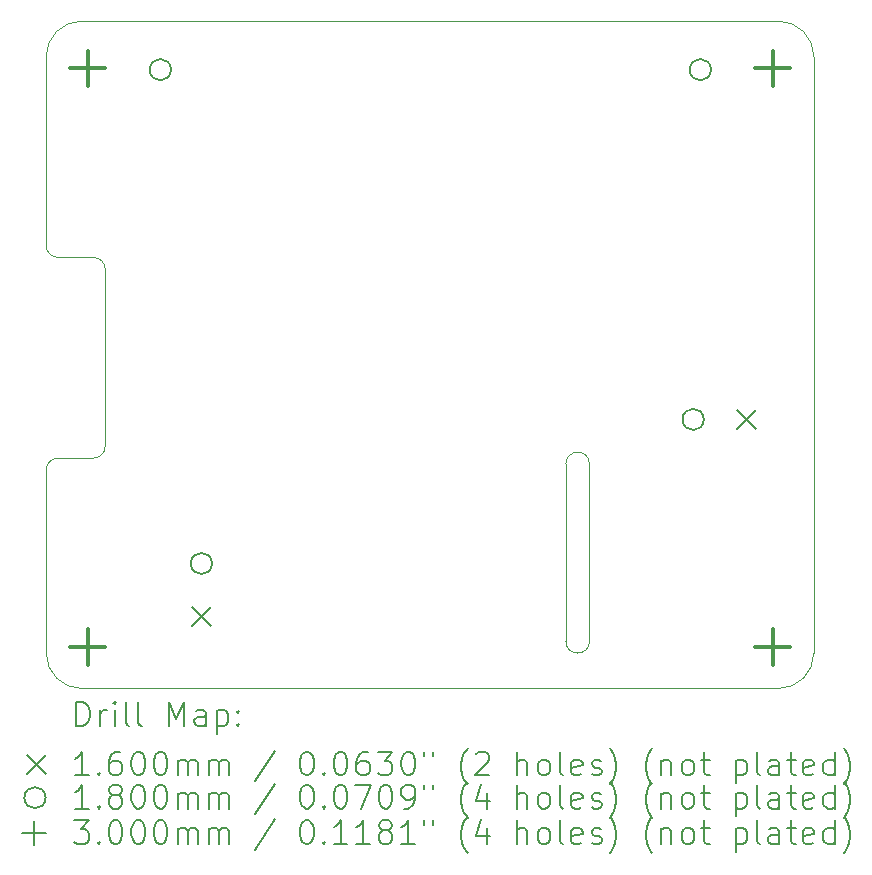
<source format=gbr>
%TF.GenerationSoftware,KiCad,Pcbnew,8.0.9-8.0.9-0~ubuntu24.04.1*%
%TF.CreationDate,2025-06-14T07:54:33+02:00*%
%TF.ProjectId,rpi_power_warden_hat,7270695f-706f-4776-9572-5f7761726465,rev?*%
%TF.SameCoordinates,Original*%
%TF.FileFunction,Drillmap*%
%TF.FilePolarity,Positive*%
%FSLAX45Y45*%
G04 Gerber Fmt 4.5, Leading zero omitted, Abs format (unit mm)*
G04 Created by KiCad (PCBNEW 8.0.9-8.0.9-0~ubuntu24.04.1) date 2025-06-14 07:54:33*
%MOMM*%
%LPD*%
G01*
G04 APERTURE LIST*
%ADD10C,0.100000*%
%ADD11C,0.200000*%
%ADD12C,0.160000*%
%ADD13C,0.180000*%
%ADD14C,0.300000*%
G04 APERTURE END LIST*
D10*
X12689560Y-7281700D02*
X12689560Y-8881700D01*
X12689560Y-10781700D02*
X12689560Y-12331700D01*
X12789560Y-8981700D02*
X13089560Y-8981700D01*
X12789560Y-10681700D02*
X13089560Y-10681700D01*
X12989560Y-6981700D02*
X18889560Y-6981700D01*
X12989560Y-12631700D02*
X18889560Y-12631700D01*
X13189560Y-9081700D02*
X13189560Y-10581700D01*
X17089560Y-12231700D02*
X17089560Y-10731700D01*
X17289560Y-12231700D02*
X17289560Y-10731700D01*
X19189560Y-7281700D02*
X19189560Y-12331700D01*
X12689560Y-7281700D02*
G75*
G02*
X12989560Y-6981700I300000J0D01*
G01*
X12689560Y-10781700D02*
G75*
G02*
X12789560Y-10681700I100000J0D01*
G01*
X12789560Y-8981700D02*
G75*
G02*
X12689560Y-8881700I0J100000D01*
G01*
X12989560Y-12631700D02*
G75*
G02*
X12689560Y-12331700I0J300000D01*
G01*
X13089560Y-8981700D02*
G75*
G02*
X13189560Y-9081700I0J-100000D01*
G01*
X13189560Y-10581700D02*
G75*
G02*
X13089560Y-10681700I-100000J0D01*
G01*
X17089560Y-10731700D02*
G75*
G02*
X17289560Y-10731700I100000J0D01*
G01*
X17289560Y-12231700D02*
G75*
G02*
X17089560Y-12231700I-100000J0D01*
G01*
X18889560Y-6981700D02*
G75*
G02*
X19189560Y-7281700I0J-300000D01*
G01*
X19189560Y-12331700D02*
G75*
G02*
X18889560Y-12631700I-300000J0D01*
G01*
D11*
D12*
X13923678Y-11943832D02*
X14083678Y-12103832D01*
X14083678Y-11943832D02*
X13923678Y-12103832D01*
X18537428Y-10273832D02*
X18697428Y-10433832D01*
X18697428Y-10273832D02*
X18537428Y-10433832D01*
D13*
X13746560Y-7392500D02*
G75*
G02*
X13566560Y-7392500I-90000J0D01*
G01*
X13566560Y-7392500D02*
G75*
G02*
X13746560Y-7392500I90000J0D01*
G01*
X14093678Y-11573832D02*
G75*
G02*
X13913678Y-11573832I-90000J0D01*
G01*
X13913678Y-11573832D02*
G75*
G02*
X14093678Y-11573832I90000J0D01*
G01*
X18257428Y-10353832D02*
G75*
G02*
X18077428Y-10353832I-90000J0D01*
G01*
X18077428Y-10353832D02*
G75*
G02*
X18257428Y-10353832I90000J0D01*
G01*
X18318560Y-7392500D02*
G75*
G02*
X18138560Y-7392500I-90000J0D01*
G01*
X18138560Y-7392500D02*
G75*
G02*
X18318560Y-7392500I90000J0D01*
G01*
D14*
X13039560Y-7231700D02*
X13039560Y-7531700D01*
X12889560Y-7381700D02*
X13189560Y-7381700D01*
X13039560Y-12131700D02*
X13039560Y-12431700D01*
X12889560Y-12281700D02*
X13189560Y-12281700D01*
X18839560Y-7231700D02*
X18839560Y-7531700D01*
X18689560Y-7381700D02*
X18989560Y-7381700D01*
X18839560Y-12131700D02*
X18839560Y-12431700D01*
X18689560Y-12281700D02*
X18989560Y-12281700D01*
D11*
X12945337Y-12948184D02*
X12945337Y-12748184D01*
X12945337Y-12748184D02*
X12992956Y-12748184D01*
X12992956Y-12748184D02*
X13021527Y-12757708D01*
X13021527Y-12757708D02*
X13040575Y-12776755D01*
X13040575Y-12776755D02*
X13050099Y-12795803D01*
X13050099Y-12795803D02*
X13059622Y-12833898D01*
X13059622Y-12833898D02*
X13059622Y-12862470D01*
X13059622Y-12862470D02*
X13050099Y-12900565D01*
X13050099Y-12900565D02*
X13040575Y-12919612D01*
X13040575Y-12919612D02*
X13021527Y-12938660D01*
X13021527Y-12938660D02*
X12992956Y-12948184D01*
X12992956Y-12948184D02*
X12945337Y-12948184D01*
X13145337Y-12948184D02*
X13145337Y-12814850D01*
X13145337Y-12852946D02*
X13154860Y-12833898D01*
X13154860Y-12833898D02*
X13164384Y-12824374D01*
X13164384Y-12824374D02*
X13183432Y-12814850D01*
X13183432Y-12814850D02*
X13202480Y-12814850D01*
X13269146Y-12948184D02*
X13269146Y-12814850D01*
X13269146Y-12748184D02*
X13259622Y-12757708D01*
X13259622Y-12757708D02*
X13269146Y-12767231D01*
X13269146Y-12767231D02*
X13278670Y-12757708D01*
X13278670Y-12757708D02*
X13269146Y-12748184D01*
X13269146Y-12748184D02*
X13269146Y-12767231D01*
X13392956Y-12948184D02*
X13373908Y-12938660D01*
X13373908Y-12938660D02*
X13364384Y-12919612D01*
X13364384Y-12919612D02*
X13364384Y-12748184D01*
X13497718Y-12948184D02*
X13478670Y-12938660D01*
X13478670Y-12938660D02*
X13469146Y-12919612D01*
X13469146Y-12919612D02*
X13469146Y-12748184D01*
X13726289Y-12948184D02*
X13726289Y-12748184D01*
X13726289Y-12748184D02*
X13792956Y-12891041D01*
X13792956Y-12891041D02*
X13859622Y-12748184D01*
X13859622Y-12748184D02*
X13859622Y-12948184D01*
X14040575Y-12948184D02*
X14040575Y-12843422D01*
X14040575Y-12843422D02*
X14031051Y-12824374D01*
X14031051Y-12824374D02*
X14012003Y-12814850D01*
X14012003Y-12814850D02*
X13973908Y-12814850D01*
X13973908Y-12814850D02*
X13954860Y-12824374D01*
X14040575Y-12938660D02*
X14021527Y-12948184D01*
X14021527Y-12948184D02*
X13973908Y-12948184D01*
X13973908Y-12948184D02*
X13954860Y-12938660D01*
X13954860Y-12938660D02*
X13945337Y-12919612D01*
X13945337Y-12919612D02*
X13945337Y-12900565D01*
X13945337Y-12900565D02*
X13954860Y-12881517D01*
X13954860Y-12881517D02*
X13973908Y-12871993D01*
X13973908Y-12871993D02*
X14021527Y-12871993D01*
X14021527Y-12871993D02*
X14040575Y-12862470D01*
X14135813Y-12814850D02*
X14135813Y-13014850D01*
X14135813Y-12824374D02*
X14154860Y-12814850D01*
X14154860Y-12814850D02*
X14192956Y-12814850D01*
X14192956Y-12814850D02*
X14212003Y-12824374D01*
X14212003Y-12824374D02*
X14221527Y-12833898D01*
X14221527Y-12833898D02*
X14231051Y-12852946D01*
X14231051Y-12852946D02*
X14231051Y-12910089D01*
X14231051Y-12910089D02*
X14221527Y-12929136D01*
X14221527Y-12929136D02*
X14212003Y-12938660D01*
X14212003Y-12938660D02*
X14192956Y-12948184D01*
X14192956Y-12948184D02*
X14154860Y-12948184D01*
X14154860Y-12948184D02*
X14135813Y-12938660D01*
X14316765Y-12929136D02*
X14326289Y-12938660D01*
X14326289Y-12938660D02*
X14316765Y-12948184D01*
X14316765Y-12948184D02*
X14307241Y-12938660D01*
X14307241Y-12938660D02*
X14316765Y-12929136D01*
X14316765Y-12929136D02*
X14316765Y-12948184D01*
X14316765Y-12824374D02*
X14326289Y-12833898D01*
X14326289Y-12833898D02*
X14316765Y-12843422D01*
X14316765Y-12843422D02*
X14307241Y-12833898D01*
X14307241Y-12833898D02*
X14316765Y-12824374D01*
X14316765Y-12824374D02*
X14316765Y-12843422D01*
D12*
X12524560Y-13196700D02*
X12684560Y-13356700D01*
X12684560Y-13196700D02*
X12524560Y-13356700D01*
D11*
X13050099Y-13368184D02*
X12935813Y-13368184D01*
X12992956Y-13368184D02*
X12992956Y-13168184D01*
X12992956Y-13168184D02*
X12973908Y-13196755D01*
X12973908Y-13196755D02*
X12954860Y-13215803D01*
X12954860Y-13215803D02*
X12935813Y-13225327D01*
X13135813Y-13349136D02*
X13145337Y-13358660D01*
X13145337Y-13358660D02*
X13135813Y-13368184D01*
X13135813Y-13368184D02*
X13126289Y-13358660D01*
X13126289Y-13358660D02*
X13135813Y-13349136D01*
X13135813Y-13349136D02*
X13135813Y-13368184D01*
X13316765Y-13168184D02*
X13278670Y-13168184D01*
X13278670Y-13168184D02*
X13259622Y-13177708D01*
X13259622Y-13177708D02*
X13250099Y-13187231D01*
X13250099Y-13187231D02*
X13231051Y-13215803D01*
X13231051Y-13215803D02*
X13221527Y-13253898D01*
X13221527Y-13253898D02*
X13221527Y-13330089D01*
X13221527Y-13330089D02*
X13231051Y-13349136D01*
X13231051Y-13349136D02*
X13240575Y-13358660D01*
X13240575Y-13358660D02*
X13259622Y-13368184D01*
X13259622Y-13368184D02*
X13297718Y-13368184D01*
X13297718Y-13368184D02*
X13316765Y-13358660D01*
X13316765Y-13358660D02*
X13326289Y-13349136D01*
X13326289Y-13349136D02*
X13335813Y-13330089D01*
X13335813Y-13330089D02*
X13335813Y-13282470D01*
X13335813Y-13282470D02*
X13326289Y-13263422D01*
X13326289Y-13263422D02*
X13316765Y-13253898D01*
X13316765Y-13253898D02*
X13297718Y-13244374D01*
X13297718Y-13244374D02*
X13259622Y-13244374D01*
X13259622Y-13244374D02*
X13240575Y-13253898D01*
X13240575Y-13253898D02*
X13231051Y-13263422D01*
X13231051Y-13263422D02*
X13221527Y-13282470D01*
X13459622Y-13168184D02*
X13478670Y-13168184D01*
X13478670Y-13168184D02*
X13497718Y-13177708D01*
X13497718Y-13177708D02*
X13507241Y-13187231D01*
X13507241Y-13187231D02*
X13516765Y-13206279D01*
X13516765Y-13206279D02*
X13526289Y-13244374D01*
X13526289Y-13244374D02*
X13526289Y-13291993D01*
X13526289Y-13291993D02*
X13516765Y-13330089D01*
X13516765Y-13330089D02*
X13507241Y-13349136D01*
X13507241Y-13349136D02*
X13497718Y-13358660D01*
X13497718Y-13358660D02*
X13478670Y-13368184D01*
X13478670Y-13368184D02*
X13459622Y-13368184D01*
X13459622Y-13368184D02*
X13440575Y-13358660D01*
X13440575Y-13358660D02*
X13431051Y-13349136D01*
X13431051Y-13349136D02*
X13421527Y-13330089D01*
X13421527Y-13330089D02*
X13412003Y-13291993D01*
X13412003Y-13291993D02*
X13412003Y-13244374D01*
X13412003Y-13244374D02*
X13421527Y-13206279D01*
X13421527Y-13206279D02*
X13431051Y-13187231D01*
X13431051Y-13187231D02*
X13440575Y-13177708D01*
X13440575Y-13177708D02*
X13459622Y-13168184D01*
X13650099Y-13168184D02*
X13669146Y-13168184D01*
X13669146Y-13168184D02*
X13688194Y-13177708D01*
X13688194Y-13177708D02*
X13697718Y-13187231D01*
X13697718Y-13187231D02*
X13707241Y-13206279D01*
X13707241Y-13206279D02*
X13716765Y-13244374D01*
X13716765Y-13244374D02*
X13716765Y-13291993D01*
X13716765Y-13291993D02*
X13707241Y-13330089D01*
X13707241Y-13330089D02*
X13697718Y-13349136D01*
X13697718Y-13349136D02*
X13688194Y-13358660D01*
X13688194Y-13358660D02*
X13669146Y-13368184D01*
X13669146Y-13368184D02*
X13650099Y-13368184D01*
X13650099Y-13368184D02*
X13631051Y-13358660D01*
X13631051Y-13358660D02*
X13621527Y-13349136D01*
X13621527Y-13349136D02*
X13612003Y-13330089D01*
X13612003Y-13330089D02*
X13602480Y-13291993D01*
X13602480Y-13291993D02*
X13602480Y-13244374D01*
X13602480Y-13244374D02*
X13612003Y-13206279D01*
X13612003Y-13206279D02*
X13621527Y-13187231D01*
X13621527Y-13187231D02*
X13631051Y-13177708D01*
X13631051Y-13177708D02*
X13650099Y-13168184D01*
X13802480Y-13368184D02*
X13802480Y-13234850D01*
X13802480Y-13253898D02*
X13812003Y-13244374D01*
X13812003Y-13244374D02*
X13831051Y-13234850D01*
X13831051Y-13234850D02*
X13859622Y-13234850D01*
X13859622Y-13234850D02*
X13878670Y-13244374D01*
X13878670Y-13244374D02*
X13888194Y-13263422D01*
X13888194Y-13263422D02*
X13888194Y-13368184D01*
X13888194Y-13263422D02*
X13897718Y-13244374D01*
X13897718Y-13244374D02*
X13916765Y-13234850D01*
X13916765Y-13234850D02*
X13945337Y-13234850D01*
X13945337Y-13234850D02*
X13964384Y-13244374D01*
X13964384Y-13244374D02*
X13973908Y-13263422D01*
X13973908Y-13263422D02*
X13973908Y-13368184D01*
X14069146Y-13368184D02*
X14069146Y-13234850D01*
X14069146Y-13253898D02*
X14078670Y-13244374D01*
X14078670Y-13244374D02*
X14097718Y-13234850D01*
X14097718Y-13234850D02*
X14126289Y-13234850D01*
X14126289Y-13234850D02*
X14145337Y-13244374D01*
X14145337Y-13244374D02*
X14154861Y-13263422D01*
X14154861Y-13263422D02*
X14154861Y-13368184D01*
X14154861Y-13263422D02*
X14164384Y-13244374D01*
X14164384Y-13244374D02*
X14183432Y-13234850D01*
X14183432Y-13234850D02*
X14212003Y-13234850D01*
X14212003Y-13234850D02*
X14231051Y-13244374D01*
X14231051Y-13244374D02*
X14240575Y-13263422D01*
X14240575Y-13263422D02*
X14240575Y-13368184D01*
X14631051Y-13158660D02*
X14459623Y-13415803D01*
X14888194Y-13168184D02*
X14907242Y-13168184D01*
X14907242Y-13168184D02*
X14926289Y-13177708D01*
X14926289Y-13177708D02*
X14935813Y-13187231D01*
X14935813Y-13187231D02*
X14945337Y-13206279D01*
X14945337Y-13206279D02*
X14954861Y-13244374D01*
X14954861Y-13244374D02*
X14954861Y-13291993D01*
X14954861Y-13291993D02*
X14945337Y-13330089D01*
X14945337Y-13330089D02*
X14935813Y-13349136D01*
X14935813Y-13349136D02*
X14926289Y-13358660D01*
X14926289Y-13358660D02*
X14907242Y-13368184D01*
X14907242Y-13368184D02*
X14888194Y-13368184D01*
X14888194Y-13368184D02*
X14869146Y-13358660D01*
X14869146Y-13358660D02*
X14859623Y-13349136D01*
X14859623Y-13349136D02*
X14850099Y-13330089D01*
X14850099Y-13330089D02*
X14840575Y-13291993D01*
X14840575Y-13291993D02*
X14840575Y-13244374D01*
X14840575Y-13244374D02*
X14850099Y-13206279D01*
X14850099Y-13206279D02*
X14859623Y-13187231D01*
X14859623Y-13187231D02*
X14869146Y-13177708D01*
X14869146Y-13177708D02*
X14888194Y-13168184D01*
X15040575Y-13349136D02*
X15050099Y-13358660D01*
X15050099Y-13358660D02*
X15040575Y-13368184D01*
X15040575Y-13368184D02*
X15031051Y-13358660D01*
X15031051Y-13358660D02*
X15040575Y-13349136D01*
X15040575Y-13349136D02*
X15040575Y-13368184D01*
X15173908Y-13168184D02*
X15192956Y-13168184D01*
X15192956Y-13168184D02*
X15212004Y-13177708D01*
X15212004Y-13177708D02*
X15221527Y-13187231D01*
X15221527Y-13187231D02*
X15231051Y-13206279D01*
X15231051Y-13206279D02*
X15240575Y-13244374D01*
X15240575Y-13244374D02*
X15240575Y-13291993D01*
X15240575Y-13291993D02*
X15231051Y-13330089D01*
X15231051Y-13330089D02*
X15221527Y-13349136D01*
X15221527Y-13349136D02*
X15212004Y-13358660D01*
X15212004Y-13358660D02*
X15192956Y-13368184D01*
X15192956Y-13368184D02*
X15173908Y-13368184D01*
X15173908Y-13368184D02*
X15154861Y-13358660D01*
X15154861Y-13358660D02*
X15145337Y-13349136D01*
X15145337Y-13349136D02*
X15135813Y-13330089D01*
X15135813Y-13330089D02*
X15126289Y-13291993D01*
X15126289Y-13291993D02*
X15126289Y-13244374D01*
X15126289Y-13244374D02*
X15135813Y-13206279D01*
X15135813Y-13206279D02*
X15145337Y-13187231D01*
X15145337Y-13187231D02*
X15154861Y-13177708D01*
X15154861Y-13177708D02*
X15173908Y-13168184D01*
X15412004Y-13168184D02*
X15373908Y-13168184D01*
X15373908Y-13168184D02*
X15354861Y-13177708D01*
X15354861Y-13177708D02*
X15345337Y-13187231D01*
X15345337Y-13187231D02*
X15326289Y-13215803D01*
X15326289Y-13215803D02*
X15316765Y-13253898D01*
X15316765Y-13253898D02*
X15316765Y-13330089D01*
X15316765Y-13330089D02*
X15326289Y-13349136D01*
X15326289Y-13349136D02*
X15335813Y-13358660D01*
X15335813Y-13358660D02*
X15354861Y-13368184D01*
X15354861Y-13368184D02*
X15392956Y-13368184D01*
X15392956Y-13368184D02*
X15412004Y-13358660D01*
X15412004Y-13358660D02*
X15421527Y-13349136D01*
X15421527Y-13349136D02*
X15431051Y-13330089D01*
X15431051Y-13330089D02*
X15431051Y-13282470D01*
X15431051Y-13282470D02*
X15421527Y-13263422D01*
X15421527Y-13263422D02*
X15412004Y-13253898D01*
X15412004Y-13253898D02*
X15392956Y-13244374D01*
X15392956Y-13244374D02*
X15354861Y-13244374D01*
X15354861Y-13244374D02*
X15335813Y-13253898D01*
X15335813Y-13253898D02*
X15326289Y-13263422D01*
X15326289Y-13263422D02*
X15316765Y-13282470D01*
X15497718Y-13168184D02*
X15621527Y-13168184D01*
X15621527Y-13168184D02*
X15554861Y-13244374D01*
X15554861Y-13244374D02*
X15583432Y-13244374D01*
X15583432Y-13244374D02*
X15602480Y-13253898D01*
X15602480Y-13253898D02*
X15612004Y-13263422D01*
X15612004Y-13263422D02*
X15621527Y-13282470D01*
X15621527Y-13282470D02*
X15621527Y-13330089D01*
X15621527Y-13330089D02*
X15612004Y-13349136D01*
X15612004Y-13349136D02*
X15602480Y-13358660D01*
X15602480Y-13358660D02*
X15583432Y-13368184D01*
X15583432Y-13368184D02*
X15526289Y-13368184D01*
X15526289Y-13368184D02*
X15507242Y-13358660D01*
X15507242Y-13358660D02*
X15497718Y-13349136D01*
X15745337Y-13168184D02*
X15764385Y-13168184D01*
X15764385Y-13168184D02*
X15783432Y-13177708D01*
X15783432Y-13177708D02*
X15792956Y-13187231D01*
X15792956Y-13187231D02*
X15802480Y-13206279D01*
X15802480Y-13206279D02*
X15812004Y-13244374D01*
X15812004Y-13244374D02*
X15812004Y-13291993D01*
X15812004Y-13291993D02*
X15802480Y-13330089D01*
X15802480Y-13330089D02*
X15792956Y-13349136D01*
X15792956Y-13349136D02*
X15783432Y-13358660D01*
X15783432Y-13358660D02*
X15764385Y-13368184D01*
X15764385Y-13368184D02*
X15745337Y-13368184D01*
X15745337Y-13368184D02*
X15726289Y-13358660D01*
X15726289Y-13358660D02*
X15716765Y-13349136D01*
X15716765Y-13349136D02*
X15707242Y-13330089D01*
X15707242Y-13330089D02*
X15697718Y-13291993D01*
X15697718Y-13291993D02*
X15697718Y-13244374D01*
X15697718Y-13244374D02*
X15707242Y-13206279D01*
X15707242Y-13206279D02*
X15716765Y-13187231D01*
X15716765Y-13187231D02*
X15726289Y-13177708D01*
X15726289Y-13177708D02*
X15745337Y-13168184D01*
X15888194Y-13168184D02*
X15888194Y-13206279D01*
X15964385Y-13168184D02*
X15964385Y-13206279D01*
X16259623Y-13444374D02*
X16250099Y-13434850D01*
X16250099Y-13434850D02*
X16231051Y-13406279D01*
X16231051Y-13406279D02*
X16221527Y-13387231D01*
X16221527Y-13387231D02*
X16212004Y-13358660D01*
X16212004Y-13358660D02*
X16202480Y-13311041D01*
X16202480Y-13311041D02*
X16202480Y-13272946D01*
X16202480Y-13272946D02*
X16212004Y-13225327D01*
X16212004Y-13225327D02*
X16221527Y-13196755D01*
X16221527Y-13196755D02*
X16231051Y-13177708D01*
X16231051Y-13177708D02*
X16250099Y-13149136D01*
X16250099Y-13149136D02*
X16259623Y-13139612D01*
X16326289Y-13187231D02*
X16335813Y-13177708D01*
X16335813Y-13177708D02*
X16354861Y-13168184D01*
X16354861Y-13168184D02*
X16402480Y-13168184D01*
X16402480Y-13168184D02*
X16421527Y-13177708D01*
X16421527Y-13177708D02*
X16431051Y-13187231D01*
X16431051Y-13187231D02*
X16440575Y-13206279D01*
X16440575Y-13206279D02*
X16440575Y-13225327D01*
X16440575Y-13225327D02*
X16431051Y-13253898D01*
X16431051Y-13253898D02*
X16316766Y-13368184D01*
X16316766Y-13368184D02*
X16440575Y-13368184D01*
X16678670Y-13368184D02*
X16678670Y-13168184D01*
X16764385Y-13368184D02*
X16764385Y-13263422D01*
X16764385Y-13263422D02*
X16754861Y-13244374D01*
X16754861Y-13244374D02*
X16735813Y-13234850D01*
X16735813Y-13234850D02*
X16707242Y-13234850D01*
X16707242Y-13234850D02*
X16688194Y-13244374D01*
X16688194Y-13244374D02*
X16678670Y-13253898D01*
X16888194Y-13368184D02*
X16869147Y-13358660D01*
X16869147Y-13358660D02*
X16859623Y-13349136D01*
X16859623Y-13349136D02*
X16850099Y-13330089D01*
X16850099Y-13330089D02*
X16850099Y-13272946D01*
X16850099Y-13272946D02*
X16859623Y-13253898D01*
X16859623Y-13253898D02*
X16869147Y-13244374D01*
X16869147Y-13244374D02*
X16888194Y-13234850D01*
X16888194Y-13234850D02*
X16916766Y-13234850D01*
X16916766Y-13234850D02*
X16935813Y-13244374D01*
X16935813Y-13244374D02*
X16945337Y-13253898D01*
X16945337Y-13253898D02*
X16954861Y-13272946D01*
X16954861Y-13272946D02*
X16954861Y-13330089D01*
X16954861Y-13330089D02*
X16945337Y-13349136D01*
X16945337Y-13349136D02*
X16935813Y-13358660D01*
X16935813Y-13358660D02*
X16916766Y-13368184D01*
X16916766Y-13368184D02*
X16888194Y-13368184D01*
X17069147Y-13368184D02*
X17050099Y-13358660D01*
X17050099Y-13358660D02*
X17040575Y-13339612D01*
X17040575Y-13339612D02*
X17040575Y-13168184D01*
X17221528Y-13358660D02*
X17202480Y-13368184D01*
X17202480Y-13368184D02*
X17164385Y-13368184D01*
X17164385Y-13368184D02*
X17145337Y-13358660D01*
X17145337Y-13358660D02*
X17135813Y-13339612D01*
X17135813Y-13339612D02*
X17135813Y-13263422D01*
X17135813Y-13263422D02*
X17145337Y-13244374D01*
X17145337Y-13244374D02*
X17164385Y-13234850D01*
X17164385Y-13234850D02*
X17202480Y-13234850D01*
X17202480Y-13234850D02*
X17221528Y-13244374D01*
X17221528Y-13244374D02*
X17231051Y-13263422D01*
X17231051Y-13263422D02*
X17231051Y-13282470D01*
X17231051Y-13282470D02*
X17135813Y-13301517D01*
X17307242Y-13358660D02*
X17326290Y-13368184D01*
X17326290Y-13368184D02*
X17364385Y-13368184D01*
X17364385Y-13368184D02*
X17383432Y-13358660D01*
X17383432Y-13358660D02*
X17392956Y-13339612D01*
X17392956Y-13339612D02*
X17392956Y-13330089D01*
X17392956Y-13330089D02*
X17383432Y-13311041D01*
X17383432Y-13311041D02*
X17364385Y-13301517D01*
X17364385Y-13301517D02*
X17335813Y-13301517D01*
X17335813Y-13301517D02*
X17316766Y-13291993D01*
X17316766Y-13291993D02*
X17307242Y-13272946D01*
X17307242Y-13272946D02*
X17307242Y-13263422D01*
X17307242Y-13263422D02*
X17316766Y-13244374D01*
X17316766Y-13244374D02*
X17335813Y-13234850D01*
X17335813Y-13234850D02*
X17364385Y-13234850D01*
X17364385Y-13234850D02*
X17383432Y-13244374D01*
X17459623Y-13444374D02*
X17469147Y-13434850D01*
X17469147Y-13434850D02*
X17488194Y-13406279D01*
X17488194Y-13406279D02*
X17497718Y-13387231D01*
X17497718Y-13387231D02*
X17507242Y-13358660D01*
X17507242Y-13358660D02*
X17516766Y-13311041D01*
X17516766Y-13311041D02*
X17516766Y-13272946D01*
X17516766Y-13272946D02*
X17507242Y-13225327D01*
X17507242Y-13225327D02*
X17497718Y-13196755D01*
X17497718Y-13196755D02*
X17488194Y-13177708D01*
X17488194Y-13177708D02*
X17469147Y-13149136D01*
X17469147Y-13149136D02*
X17459623Y-13139612D01*
X17821528Y-13444374D02*
X17812004Y-13434850D01*
X17812004Y-13434850D02*
X17792956Y-13406279D01*
X17792956Y-13406279D02*
X17783432Y-13387231D01*
X17783432Y-13387231D02*
X17773909Y-13358660D01*
X17773909Y-13358660D02*
X17764385Y-13311041D01*
X17764385Y-13311041D02*
X17764385Y-13272946D01*
X17764385Y-13272946D02*
X17773909Y-13225327D01*
X17773909Y-13225327D02*
X17783432Y-13196755D01*
X17783432Y-13196755D02*
X17792956Y-13177708D01*
X17792956Y-13177708D02*
X17812004Y-13149136D01*
X17812004Y-13149136D02*
X17821528Y-13139612D01*
X17897718Y-13234850D02*
X17897718Y-13368184D01*
X17897718Y-13253898D02*
X17907242Y-13244374D01*
X17907242Y-13244374D02*
X17926290Y-13234850D01*
X17926290Y-13234850D02*
X17954861Y-13234850D01*
X17954861Y-13234850D02*
X17973909Y-13244374D01*
X17973909Y-13244374D02*
X17983432Y-13263422D01*
X17983432Y-13263422D02*
X17983432Y-13368184D01*
X18107242Y-13368184D02*
X18088194Y-13358660D01*
X18088194Y-13358660D02*
X18078671Y-13349136D01*
X18078671Y-13349136D02*
X18069147Y-13330089D01*
X18069147Y-13330089D02*
X18069147Y-13272946D01*
X18069147Y-13272946D02*
X18078671Y-13253898D01*
X18078671Y-13253898D02*
X18088194Y-13244374D01*
X18088194Y-13244374D02*
X18107242Y-13234850D01*
X18107242Y-13234850D02*
X18135813Y-13234850D01*
X18135813Y-13234850D02*
X18154861Y-13244374D01*
X18154861Y-13244374D02*
X18164385Y-13253898D01*
X18164385Y-13253898D02*
X18173909Y-13272946D01*
X18173909Y-13272946D02*
X18173909Y-13330089D01*
X18173909Y-13330089D02*
X18164385Y-13349136D01*
X18164385Y-13349136D02*
X18154861Y-13358660D01*
X18154861Y-13358660D02*
X18135813Y-13368184D01*
X18135813Y-13368184D02*
X18107242Y-13368184D01*
X18231052Y-13234850D02*
X18307242Y-13234850D01*
X18259623Y-13168184D02*
X18259623Y-13339612D01*
X18259623Y-13339612D02*
X18269147Y-13358660D01*
X18269147Y-13358660D02*
X18288194Y-13368184D01*
X18288194Y-13368184D02*
X18307242Y-13368184D01*
X18526290Y-13234850D02*
X18526290Y-13434850D01*
X18526290Y-13244374D02*
X18545337Y-13234850D01*
X18545337Y-13234850D02*
X18583433Y-13234850D01*
X18583433Y-13234850D02*
X18602480Y-13244374D01*
X18602480Y-13244374D02*
X18612004Y-13253898D01*
X18612004Y-13253898D02*
X18621528Y-13272946D01*
X18621528Y-13272946D02*
X18621528Y-13330089D01*
X18621528Y-13330089D02*
X18612004Y-13349136D01*
X18612004Y-13349136D02*
X18602480Y-13358660D01*
X18602480Y-13358660D02*
X18583433Y-13368184D01*
X18583433Y-13368184D02*
X18545337Y-13368184D01*
X18545337Y-13368184D02*
X18526290Y-13358660D01*
X18735813Y-13368184D02*
X18716766Y-13358660D01*
X18716766Y-13358660D02*
X18707242Y-13339612D01*
X18707242Y-13339612D02*
X18707242Y-13168184D01*
X18897718Y-13368184D02*
X18897718Y-13263422D01*
X18897718Y-13263422D02*
X18888194Y-13244374D01*
X18888194Y-13244374D02*
X18869147Y-13234850D01*
X18869147Y-13234850D02*
X18831052Y-13234850D01*
X18831052Y-13234850D02*
X18812004Y-13244374D01*
X18897718Y-13358660D02*
X18878671Y-13368184D01*
X18878671Y-13368184D02*
X18831052Y-13368184D01*
X18831052Y-13368184D02*
X18812004Y-13358660D01*
X18812004Y-13358660D02*
X18802480Y-13339612D01*
X18802480Y-13339612D02*
X18802480Y-13320565D01*
X18802480Y-13320565D02*
X18812004Y-13301517D01*
X18812004Y-13301517D02*
X18831052Y-13291993D01*
X18831052Y-13291993D02*
X18878671Y-13291993D01*
X18878671Y-13291993D02*
X18897718Y-13282470D01*
X18964385Y-13234850D02*
X19040575Y-13234850D01*
X18992956Y-13168184D02*
X18992956Y-13339612D01*
X18992956Y-13339612D02*
X19002480Y-13358660D01*
X19002480Y-13358660D02*
X19021528Y-13368184D01*
X19021528Y-13368184D02*
X19040575Y-13368184D01*
X19183433Y-13358660D02*
X19164385Y-13368184D01*
X19164385Y-13368184D02*
X19126290Y-13368184D01*
X19126290Y-13368184D02*
X19107242Y-13358660D01*
X19107242Y-13358660D02*
X19097718Y-13339612D01*
X19097718Y-13339612D02*
X19097718Y-13263422D01*
X19097718Y-13263422D02*
X19107242Y-13244374D01*
X19107242Y-13244374D02*
X19126290Y-13234850D01*
X19126290Y-13234850D02*
X19164385Y-13234850D01*
X19164385Y-13234850D02*
X19183433Y-13244374D01*
X19183433Y-13244374D02*
X19192956Y-13263422D01*
X19192956Y-13263422D02*
X19192956Y-13282470D01*
X19192956Y-13282470D02*
X19097718Y-13301517D01*
X19364385Y-13368184D02*
X19364385Y-13168184D01*
X19364385Y-13358660D02*
X19345337Y-13368184D01*
X19345337Y-13368184D02*
X19307242Y-13368184D01*
X19307242Y-13368184D02*
X19288194Y-13358660D01*
X19288194Y-13358660D02*
X19278671Y-13349136D01*
X19278671Y-13349136D02*
X19269147Y-13330089D01*
X19269147Y-13330089D02*
X19269147Y-13272946D01*
X19269147Y-13272946D02*
X19278671Y-13253898D01*
X19278671Y-13253898D02*
X19288194Y-13244374D01*
X19288194Y-13244374D02*
X19307242Y-13234850D01*
X19307242Y-13234850D02*
X19345337Y-13234850D01*
X19345337Y-13234850D02*
X19364385Y-13244374D01*
X19440575Y-13444374D02*
X19450099Y-13434850D01*
X19450099Y-13434850D02*
X19469147Y-13406279D01*
X19469147Y-13406279D02*
X19478671Y-13387231D01*
X19478671Y-13387231D02*
X19488194Y-13358660D01*
X19488194Y-13358660D02*
X19497718Y-13311041D01*
X19497718Y-13311041D02*
X19497718Y-13272946D01*
X19497718Y-13272946D02*
X19488194Y-13225327D01*
X19488194Y-13225327D02*
X19478671Y-13196755D01*
X19478671Y-13196755D02*
X19469147Y-13177708D01*
X19469147Y-13177708D02*
X19450099Y-13149136D01*
X19450099Y-13149136D02*
X19440575Y-13139612D01*
D13*
X12684560Y-13556700D02*
G75*
G02*
X12504560Y-13556700I-90000J0D01*
G01*
X12504560Y-13556700D02*
G75*
G02*
X12684560Y-13556700I90000J0D01*
G01*
D11*
X13050099Y-13648184D02*
X12935813Y-13648184D01*
X12992956Y-13648184D02*
X12992956Y-13448184D01*
X12992956Y-13448184D02*
X12973908Y-13476755D01*
X12973908Y-13476755D02*
X12954860Y-13495803D01*
X12954860Y-13495803D02*
X12935813Y-13505327D01*
X13135813Y-13629136D02*
X13145337Y-13638660D01*
X13145337Y-13638660D02*
X13135813Y-13648184D01*
X13135813Y-13648184D02*
X13126289Y-13638660D01*
X13126289Y-13638660D02*
X13135813Y-13629136D01*
X13135813Y-13629136D02*
X13135813Y-13648184D01*
X13259622Y-13533898D02*
X13240575Y-13524374D01*
X13240575Y-13524374D02*
X13231051Y-13514850D01*
X13231051Y-13514850D02*
X13221527Y-13495803D01*
X13221527Y-13495803D02*
X13221527Y-13486279D01*
X13221527Y-13486279D02*
X13231051Y-13467231D01*
X13231051Y-13467231D02*
X13240575Y-13457708D01*
X13240575Y-13457708D02*
X13259622Y-13448184D01*
X13259622Y-13448184D02*
X13297718Y-13448184D01*
X13297718Y-13448184D02*
X13316765Y-13457708D01*
X13316765Y-13457708D02*
X13326289Y-13467231D01*
X13326289Y-13467231D02*
X13335813Y-13486279D01*
X13335813Y-13486279D02*
X13335813Y-13495803D01*
X13335813Y-13495803D02*
X13326289Y-13514850D01*
X13326289Y-13514850D02*
X13316765Y-13524374D01*
X13316765Y-13524374D02*
X13297718Y-13533898D01*
X13297718Y-13533898D02*
X13259622Y-13533898D01*
X13259622Y-13533898D02*
X13240575Y-13543422D01*
X13240575Y-13543422D02*
X13231051Y-13552946D01*
X13231051Y-13552946D02*
X13221527Y-13571993D01*
X13221527Y-13571993D02*
X13221527Y-13610089D01*
X13221527Y-13610089D02*
X13231051Y-13629136D01*
X13231051Y-13629136D02*
X13240575Y-13638660D01*
X13240575Y-13638660D02*
X13259622Y-13648184D01*
X13259622Y-13648184D02*
X13297718Y-13648184D01*
X13297718Y-13648184D02*
X13316765Y-13638660D01*
X13316765Y-13638660D02*
X13326289Y-13629136D01*
X13326289Y-13629136D02*
X13335813Y-13610089D01*
X13335813Y-13610089D02*
X13335813Y-13571993D01*
X13335813Y-13571993D02*
X13326289Y-13552946D01*
X13326289Y-13552946D02*
X13316765Y-13543422D01*
X13316765Y-13543422D02*
X13297718Y-13533898D01*
X13459622Y-13448184D02*
X13478670Y-13448184D01*
X13478670Y-13448184D02*
X13497718Y-13457708D01*
X13497718Y-13457708D02*
X13507241Y-13467231D01*
X13507241Y-13467231D02*
X13516765Y-13486279D01*
X13516765Y-13486279D02*
X13526289Y-13524374D01*
X13526289Y-13524374D02*
X13526289Y-13571993D01*
X13526289Y-13571993D02*
X13516765Y-13610089D01*
X13516765Y-13610089D02*
X13507241Y-13629136D01*
X13507241Y-13629136D02*
X13497718Y-13638660D01*
X13497718Y-13638660D02*
X13478670Y-13648184D01*
X13478670Y-13648184D02*
X13459622Y-13648184D01*
X13459622Y-13648184D02*
X13440575Y-13638660D01*
X13440575Y-13638660D02*
X13431051Y-13629136D01*
X13431051Y-13629136D02*
X13421527Y-13610089D01*
X13421527Y-13610089D02*
X13412003Y-13571993D01*
X13412003Y-13571993D02*
X13412003Y-13524374D01*
X13412003Y-13524374D02*
X13421527Y-13486279D01*
X13421527Y-13486279D02*
X13431051Y-13467231D01*
X13431051Y-13467231D02*
X13440575Y-13457708D01*
X13440575Y-13457708D02*
X13459622Y-13448184D01*
X13650099Y-13448184D02*
X13669146Y-13448184D01*
X13669146Y-13448184D02*
X13688194Y-13457708D01*
X13688194Y-13457708D02*
X13697718Y-13467231D01*
X13697718Y-13467231D02*
X13707241Y-13486279D01*
X13707241Y-13486279D02*
X13716765Y-13524374D01*
X13716765Y-13524374D02*
X13716765Y-13571993D01*
X13716765Y-13571993D02*
X13707241Y-13610089D01*
X13707241Y-13610089D02*
X13697718Y-13629136D01*
X13697718Y-13629136D02*
X13688194Y-13638660D01*
X13688194Y-13638660D02*
X13669146Y-13648184D01*
X13669146Y-13648184D02*
X13650099Y-13648184D01*
X13650099Y-13648184D02*
X13631051Y-13638660D01*
X13631051Y-13638660D02*
X13621527Y-13629136D01*
X13621527Y-13629136D02*
X13612003Y-13610089D01*
X13612003Y-13610089D02*
X13602480Y-13571993D01*
X13602480Y-13571993D02*
X13602480Y-13524374D01*
X13602480Y-13524374D02*
X13612003Y-13486279D01*
X13612003Y-13486279D02*
X13621527Y-13467231D01*
X13621527Y-13467231D02*
X13631051Y-13457708D01*
X13631051Y-13457708D02*
X13650099Y-13448184D01*
X13802480Y-13648184D02*
X13802480Y-13514850D01*
X13802480Y-13533898D02*
X13812003Y-13524374D01*
X13812003Y-13524374D02*
X13831051Y-13514850D01*
X13831051Y-13514850D02*
X13859622Y-13514850D01*
X13859622Y-13514850D02*
X13878670Y-13524374D01*
X13878670Y-13524374D02*
X13888194Y-13543422D01*
X13888194Y-13543422D02*
X13888194Y-13648184D01*
X13888194Y-13543422D02*
X13897718Y-13524374D01*
X13897718Y-13524374D02*
X13916765Y-13514850D01*
X13916765Y-13514850D02*
X13945337Y-13514850D01*
X13945337Y-13514850D02*
X13964384Y-13524374D01*
X13964384Y-13524374D02*
X13973908Y-13543422D01*
X13973908Y-13543422D02*
X13973908Y-13648184D01*
X14069146Y-13648184D02*
X14069146Y-13514850D01*
X14069146Y-13533898D02*
X14078670Y-13524374D01*
X14078670Y-13524374D02*
X14097718Y-13514850D01*
X14097718Y-13514850D02*
X14126289Y-13514850D01*
X14126289Y-13514850D02*
X14145337Y-13524374D01*
X14145337Y-13524374D02*
X14154861Y-13543422D01*
X14154861Y-13543422D02*
X14154861Y-13648184D01*
X14154861Y-13543422D02*
X14164384Y-13524374D01*
X14164384Y-13524374D02*
X14183432Y-13514850D01*
X14183432Y-13514850D02*
X14212003Y-13514850D01*
X14212003Y-13514850D02*
X14231051Y-13524374D01*
X14231051Y-13524374D02*
X14240575Y-13543422D01*
X14240575Y-13543422D02*
X14240575Y-13648184D01*
X14631051Y-13438660D02*
X14459623Y-13695803D01*
X14888194Y-13448184D02*
X14907242Y-13448184D01*
X14907242Y-13448184D02*
X14926289Y-13457708D01*
X14926289Y-13457708D02*
X14935813Y-13467231D01*
X14935813Y-13467231D02*
X14945337Y-13486279D01*
X14945337Y-13486279D02*
X14954861Y-13524374D01*
X14954861Y-13524374D02*
X14954861Y-13571993D01*
X14954861Y-13571993D02*
X14945337Y-13610089D01*
X14945337Y-13610089D02*
X14935813Y-13629136D01*
X14935813Y-13629136D02*
X14926289Y-13638660D01*
X14926289Y-13638660D02*
X14907242Y-13648184D01*
X14907242Y-13648184D02*
X14888194Y-13648184D01*
X14888194Y-13648184D02*
X14869146Y-13638660D01*
X14869146Y-13638660D02*
X14859623Y-13629136D01*
X14859623Y-13629136D02*
X14850099Y-13610089D01*
X14850099Y-13610089D02*
X14840575Y-13571993D01*
X14840575Y-13571993D02*
X14840575Y-13524374D01*
X14840575Y-13524374D02*
X14850099Y-13486279D01*
X14850099Y-13486279D02*
X14859623Y-13467231D01*
X14859623Y-13467231D02*
X14869146Y-13457708D01*
X14869146Y-13457708D02*
X14888194Y-13448184D01*
X15040575Y-13629136D02*
X15050099Y-13638660D01*
X15050099Y-13638660D02*
X15040575Y-13648184D01*
X15040575Y-13648184D02*
X15031051Y-13638660D01*
X15031051Y-13638660D02*
X15040575Y-13629136D01*
X15040575Y-13629136D02*
X15040575Y-13648184D01*
X15173908Y-13448184D02*
X15192956Y-13448184D01*
X15192956Y-13448184D02*
X15212004Y-13457708D01*
X15212004Y-13457708D02*
X15221527Y-13467231D01*
X15221527Y-13467231D02*
X15231051Y-13486279D01*
X15231051Y-13486279D02*
X15240575Y-13524374D01*
X15240575Y-13524374D02*
X15240575Y-13571993D01*
X15240575Y-13571993D02*
X15231051Y-13610089D01*
X15231051Y-13610089D02*
X15221527Y-13629136D01*
X15221527Y-13629136D02*
X15212004Y-13638660D01*
X15212004Y-13638660D02*
X15192956Y-13648184D01*
X15192956Y-13648184D02*
X15173908Y-13648184D01*
X15173908Y-13648184D02*
X15154861Y-13638660D01*
X15154861Y-13638660D02*
X15145337Y-13629136D01*
X15145337Y-13629136D02*
X15135813Y-13610089D01*
X15135813Y-13610089D02*
X15126289Y-13571993D01*
X15126289Y-13571993D02*
X15126289Y-13524374D01*
X15126289Y-13524374D02*
X15135813Y-13486279D01*
X15135813Y-13486279D02*
X15145337Y-13467231D01*
X15145337Y-13467231D02*
X15154861Y-13457708D01*
X15154861Y-13457708D02*
X15173908Y-13448184D01*
X15307242Y-13448184D02*
X15440575Y-13448184D01*
X15440575Y-13448184D02*
X15354861Y-13648184D01*
X15554861Y-13448184D02*
X15573908Y-13448184D01*
X15573908Y-13448184D02*
X15592956Y-13457708D01*
X15592956Y-13457708D02*
X15602480Y-13467231D01*
X15602480Y-13467231D02*
X15612004Y-13486279D01*
X15612004Y-13486279D02*
X15621527Y-13524374D01*
X15621527Y-13524374D02*
X15621527Y-13571993D01*
X15621527Y-13571993D02*
X15612004Y-13610089D01*
X15612004Y-13610089D02*
X15602480Y-13629136D01*
X15602480Y-13629136D02*
X15592956Y-13638660D01*
X15592956Y-13638660D02*
X15573908Y-13648184D01*
X15573908Y-13648184D02*
X15554861Y-13648184D01*
X15554861Y-13648184D02*
X15535813Y-13638660D01*
X15535813Y-13638660D02*
X15526289Y-13629136D01*
X15526289Y-13629136D02*
X15516765Y-13610089D01*
X15516765Y-13610089D02*
X15507242Y-13571993D01*
X15507242Y-13571993D02*
X15507242Y-13524374D01*
X15507242Y-13524374D02*
X15516765Y-13486279D01*
X15516765Y-13486279D02*
X15526289Y-13467231D01*
X15526289Y-13467231D02*
X15535813Y-13457708D01*
X15535813Y-13457708D02*
X15554861Y-13448184D01*
X15716765Y-13648184D02*
X15754861Y-13648184D01*
X15754861Y-13648184D02*
X15773908Y-13638660D01*
X15773908Y-13638660D02*
X15783432Y-13629136D01*
X15783432Y-13629136D02*
X15802480Y-13600565D01*
X15802480Y-13600565D02*
X15812004Y-13562470D01*
X15812004Y-13562470D02*
X15812004Y-13486279D01*
X15812004Y-13486279D02*
X15802480Y-13467231D01*
X15802480Y-13467231D02*
X15792956Y-13457708D01*
X15792956Y-13457708D02*
X15773908Y-13448184D01*
X15773908Y-13448184D02*
X15735813Y-13448184D01*
X15735813Y-13448184D02*
X15716765Y-13457708D01*
X15716765Y-13457708D02*
X15707242Y-13467231D01*
X15707242Y-13467231D02*
X15697718Y-13486279D01*
X15697718Y-13486279D02*
X15697718Y-13533898D01*
X15697718Y-13533898D02*
X15707242Y-13552946D01*
X15707242Y-13552946D02*
X15716765Y-13562470D01*
X15716765Y-13562470D02*
X15735813Y-13571993D01*
X15735813Y-13571993D02*
X15773908Y-13571993D01*
X15773908Y-13571993D02*
X15792956Y-13562470D01*
X15792956Y-13562470D02*
X15802480Y-13552946D01*
X15802480Y-13552946D02*
X15812004Y-13533898D01*
X15888194Y-13448184D02*
X15888194Y-13486279D01*
X15964385Y-13448184D02*
X15964385Y-13486279D01*
X16259623Y-13724374D02*
X16250099Y-13714850D01*
X16250099Y-13714850D02*
X16231051Y-13686279D01*
X16231051Y-13686279D02*
X16221527Y-13667231D01*
X16221527Y-13667231D02*
X16212004Y-13638660D01*
X16212004Y-13638660D02*
X16202480Y-13591041D01*
X16202480Y-13591041D02*
X16202480Y-13552946D01*
X16202480Y-13552946D02*
X16212004Y-13505327D01*
X16212004Y-13505327D02*
X16221527Y-13476755D01*
X16221527Y-13476755D02*
X16231051Y-13457708D01*
X16231051Y-13457708D02*
X16250099Y-13429136D01*
X16250099Y-13429136D02*
X16259623Y-13419612D01*
X16421527Y-13514850D02*
X16421527Y-13648184D01*
X16373908Y-13438660D02*
X16326289Y-13581517D01*
X16326289Y-13581517D02*
X16450099Y-13581517D01*
X16678670Y-13648184D02*
X16678670Y-13448184D01*
X16764385Y-13648184D02*
X16764385Y-13543422D01*
X16764385Y-13543422D02*
X16754861Y-13524374D01*
X16754861Y-13524374D02*
X16735813Y-13514850D01*
X16735813Y-13514850D02*
X16707242Y-13514850D01*
X16707242Y-13514850D02*
X16688194Y-13524374D01*
X16688194Y-13524374D02*
X16678670Y-13533898D01*
X16888194Y-13648184D02*
X16869147Y-13638660D01*
X16869147Y-13638660D02*
X16859623Y-13629136D01*
X16859623Y-13629136D02*
X16850099Y-13610089D01*
X16850099Y-13610089D02*
X16850099Y-13552946D01*
X16850099Y-13552946D02*
X16859623Y-13533898D01*
X16859623Y-13533898D02*
X16869147Y-13524374D01*
X16869147Y-13524374D02*
X16888194Y-13514850D01*
X16888194Y-13514850D02*
X16916766Y-13514850D01*
X16916766Y-13514850D02*
X16935813Y-13524374D01*
X16935813Y-13524374D02*
X16945337Y-13533898D01*
X16945337Y-13533898D02*
X16954861Y-13552946D01*
X16954861Y-13552946D02*
X16954861Y-13610089D01*
X16954861Y-13610089D02*
X16945337Y-13629136D01*
X16945337Y-13629136D02*
X16935813Y-13638660D01*
X16935813Y-13638660D02*
X16916766Y-13648184D01*
X16916766Y-13648184D02*
X16888194Y-13648184D01*
X17069147Y-13648184D02*
X17050099Y-13638660D01*
X17050099Y-13638660D02*
X17040575Y-13619612D01*
X17040575Y-13619612D02*
X17040575Y-13448184D01*
X17221528Y-13638660D02*
X17202480Y-13648184D01*
X17202480Y-13648184D02*
X17164385Y-13648184D01*
X17164385Y-13648184D02*
X17145337Y-13638660D01*
X17145337Y-13638660D02*
X17135813Y-13619612D01*
X17135813Y-13619612D02*
X17135813Y-13543422D01*
X17135813Y-13543422D02*
X17145337Y-13524374D01*
X17145337Y-13524374D02*
X17164385Y-13514850D01*
X17164385Y-13514850D02*
X17202480Y-13514850D01*
X17202480Y-13514850D02*
X17221528Y-13524374D01*
X17221528Y-13524374D02*
X17231051Y-13543422D01*
X17231051Y-13543422D02*
X17231051Y-13562470D01*
X17231051Y-13562470D02*
X17135813Y-13581517D01*
X17307242Y-13638660D02*
X17326290Y-13648184D01*
X17326290Y-13648184D02*
X17364385Y-13648184D01*
X17364385Y-13648184D02*
X17383432Y-13638660D01*
X17383432Y-13638660D02*
X17392956Y-13619612D01*
X17392956Y-13619612D02*
X17392956Y-13610089D01*
X17392956Y-13610089D02*
X17383432Y-13591041D01*
X17383432Y-13591041D02*
X17364385Y-13581517D01*
X17364385Y-13581517D02*
X17335813Y-13581517D01*
X17335813Y-13581517D02*
X17316766Y-13571993D01*
X17316766Y-13571993D02*
X17307242Y-13552946D01*
X17307242Y-13552946D02*
X17307242Y-13543422D01*
X17307242Y-13543422D02*
X17316766Y-13524374D01*
X17316766Y-13524374D02*
X17335813Y-13514850D01*
X17335813Y-13514850D02*
X17364385Y-13514850D01*
X17364385Y-13514850D02*
X17383432Y-13524374D01*
X17459623Y-13724374D02*
X17469147Y-13714850D01*
X17469147Y-13714850D02*
X17488194Y-13686279D01*
X17488194Y-13686279D02*
X17497718Y-13667231D01*
X17497718Y-13667231D02*
X17507242Y-13638660D01*
X17507242Y-13638660D02*
X17516766Y-13591041D01*
X17516766Y-13591041D02*
X17516766Y-13552946D01*
X17516766Y-13552946D02*
X17507242Y-13505327D01*
X17507242Y-13505327D02*
X17497718Y-13476755D01*
X17497718Y-13476755D02*
X17488194Y-13457708D01*
X17488194Y-13457708D02*
X17469147Y-13429136D01*
X17469147Y-13429136D02*
X17459623Y-13419612D01*
X17821528Y-13724374D02*
X17812004Y-13714850D01*
X17812004Y-13714850D02*
X17792956Y-13686279D01*
X17792956Y-13686279D02*
X17783432Y-13667231D01*
X17783432Y-13667231D02*
X17773909Y-13638660D01*
X17773909Y-13638660D02*
X17764385Y-13591041D01*
X17764385Y-13591041D02*
X17764385Y-13552946D01*
X17764385Y-13552946D02*
X17773909Y-13505327D01*
X17773909Y-13505327D02*
X17783432Y-13476755D01*
X17783432Y-13476755D02*
X17792956Y-13457708D01*
X17792956Y-13457708D02*
X17812004Y-13429136D01*
X17812004Y-13429136D02*
X17821528Y-13419612D01*
X17897718Y-13514850D02*
X17897718Y-13648184D01*
X17897718Y-13533898D02*
X17907242Y-13524374D01*
X17907242Y-13524374D02*
X17926290Y-13514850D01*
X17926290Y-13514850D02*
X17954861Y-13514850D01*
X17954861Y-13514850D02*
X17973909Y-13524374D01*
X17973909Y-13524374D02*
X17983432Y-13543422D01*
X17983432Y-13543422D02*
X17983432Y-13648184D01*
X18107242Y-13648184D02*
X18088194Y-13638660D01*
X18088194Y-13638660D02*
X18078671Y-13629136D01*
X18078671Y-13629136D02*
X18069147Y-13610089D01*
X18069147Y-13610089D02*
X18069147Y-13552946D01*
X18069147Y-13552946D02*
X18078671Y-13533898D01*
X18078671Y-13533898D02*
X18088194Y-13524374D01*
X18088194Y-13524374D02*
X18107242Y-13514850D01*
X18107242Y-13514850D02*
X18135813Y-13514850D01*
X18135813Y-13514850D02*
X18154861Y-13524374D01*
X18154861Y-13524374D02*
X18164385Y-13533898D01*
X18164385Y-13533898D02*
X18173909Y-13552946D01*
X18173909Y-13552946D02*
X18173909Y-13610089D01*
X18173909Y-13610089D02*
X18164385Y-13629136D01*
X18164385Y-13629136D02*
X18154861Y-13638660D01*
X18154861Y-13638660D02*
X18135813Y-13648184D01*
X18135813Y-13648184D02*
X18107242Y-13648184D01*
X18231052Y-13514850D02*
X18307242Y-13514850D01*
X18259623Y-13448184D02*
X18259623Y-13619612D01*
X18259623Y-13619612D02*
X18269147Y-13638660D01*
X18269147Y-13638660D02*
X18288194Y-13648184D01*
X18288194Y-13648184D02*
X18307242Y-13648184D01*
X18526290Y-13514850D02*
X18526290Y-13714850D01*
X18526290Y-13524374D02*
X18545337Y-13514850D01*
X18545337Y-13514850D02*
X18583433Y-13514850D01*
X18583433Y-13514850D02*
X18602480Y-13524374D01*
X18602480Y-13524374D02*
X18612004Y-13533898D01*
X18612004Y-13533898D02*
X18621528Y-13552946D01*
X18621528Y-13552946D02*
X18621528Y-13610089D01*
X18621528Y-13610089D02*
X18612004Y-13629136D01*
X18612004Y-13629136D02*
X18602480Y-13638660D01*
X18602480Y-13638660D02*
X18583433Y-13648184D01*
X18583433Y-13648184D02*
X18545337Y-13648184D01*
X18545337Y-13648184D02*
X18526290Y-13638660D01*
X18735813Y-13648184D02*
X18716766Y-13638660D01*
X18716766Y-13638660D02*
X18707242Y-13619612D01*
X18707242Y-13619612D02*
X18707242Y-13448184D01*
X18897718Y-13648184D02*
X18897718Y-13543422D01*
X18897718Y-13543422D02*
X18888194Y-13524374D01*
X18888194Y-13524374D02*
X18869147Y-13514850D01*
X18869147Y-13514850D02*
X18831052Y-13514850D01*
X18831052Y-13514850D02*
X18812004Y-13524374D01*
X18897718Y-13638660D02*
X18878671Y-13648184D01*
X18878671Y-13648184D02*
X18831052Y-13648184D01*
X18831052Y-13648184D02*
X18812004Y-13638660D01*
X18812004Y-13638660D02*
X18802480Y-13619612D01*
X18802480Y-13619612D02*
X18802480Y-13600565D01*
X18802480Y-13600565D02*
X18812004Y-13581517D01*
X18812004Y-13581517D02*
X18831052Y-13571993D01*
X18831052Y-13571993D02*
X18878671Y-13571993D01*
X18878671Y-13571993D02*
X18897718Y-13562470D01*
X18964385Y-13514850D02*
X19040575Y-13514850D01*
X18992956Y-13448184D02*
X18992956Y-13619612D01*
X18992956Y-13619612D02*
X19002480Y-13638660D01*
X19002480Y-13638660D02*
X19021528Y-13648184D01*
X19021528Y-13648184D02*
X19040575Y-13648184D01*
X19183433Y-13638660D02*
X19164385Y-13648184D01*
X19164385Y-13648184D02*
X19126290Y-13648184D01*
X19126290Y-13648184D02*
X19107242Y-13638660D01*
X19107242Y-13638660D02*
X19097718Y-13619612D01*
X19097718Y-13619612D02*
X19097718Y-13543422D01*
X19097718Y-13543422D02*
X19107242Y-13524374D01*
X19107242Y-13524374D02*
X19126290Y-13514850D01*
X19126290Y-13514850D02*
X19164385Y-13514850D01*
X19164385Y-13514850D02*
X19183433Y-13524374D01*
X19183433Y-13524374D02*
X19192956Y-13543422D01*
X19192956Y-13543422D02*
X19192956Y-13562470D01*
X19192956Y-13562470D02*
X19097718Y-13581517D01*
X19364385Y-13648184D02*
X19364385Y-13448184D01*
X19364385Y-13638660D02*
X19345337Y-13648184D01*
X19345337Y-13648184D02*
X19307242Y-13648184D01*
X19307242Y-13648184D02*
X19288194Y-13638660D01*
X19288194Y-13638660D02*
X19278671Y-13629136D01*
X19278671Y-13629136D02*
X19269147Y-13610089D01*
X19269147Y-13610089D02*
X19269147Y-13552946D01*
X19269147Y-13552946D02*
X19278671Y-13533898D01*
X19278671Y-13533898D02*
X19288194Y-13524374D01*
X19288194Y-13524374D02*
X19307242Y-13514850D01*
X19307242Y-13514850D02*
X19345337Y-13514850D01*
X19345337Y-13514850D02*
X19364385Y-13524374D01*
X19440575Y-13724374D02*
X19450099Y-13714850D01*
X19450099Y-13714850D02*
X19469147Y-13686279D01*
X19469147Y-13686279D02*
X19478671Y-13667231D01*
X19478671Y-13667231D02*
X19488194Y-13638660D01*
X19488194Y-13638660D02*
X19497718Y-13591041D01*
X19497718Y-13591041D02*
X19497718Y-13552946D01*
X19497718Y-13552946D02*
X19488194Y-13505327D01*
X19488194Y-13505327D02*
X19478671Y-13476755D01*
X19478671Y-13476755D02*
X19469147Y-13457708D01*
X19469147Y-13457708D02*
X19450099Y-13429136D01*
X19450099Y-13429136D02*
X19440575Y-13419612D01*
X12584560Y-13756700D02*
X12584560Y-13956700D01*
X12484560Y-13856700D02*
X12684560Y-13856700D01*
X12926289Y-13748184D02*
X13050099Y-13748184D01*
X13050099Y-13748184D02*
X12983432Y-13824374D01*
X12983432Y-13824374D02*
X13012003Y-13824374D01*
X13012003Y-13824374D02*
X13031051Y-13833898D01*
X13031051Y-13833898D02*
X13040575Y-13843422D01*
X13040575Y-13843422D02*
X13050099Y-13862470D01*
X13050099Y-13862470D02*
X13050099Y-13910089D01*
X13050099Y-13910089D02*
X13040575Y-13929136D01*
X13040575Y-13929136D02*
X13031051Y-13938660D01*
X13031051Y-13938660D02*
X13012003Y-13948184D01*
X13012003Y-13948184D02*
X12954860Y-13948184D01*
X12954860Y-13948184D02*
X12935813Y-13938660D01*
X12935813Y-13938660D02*
X12926289Y-13929136D01*
X13135813Y-13929136D02*
X13145337Y-13938660D01*
X13145337Y-13938660D02*
X13135813Y-13948184D01*
X13135813Y-13948184D02*
X13126289Y-13938660D01*
X13126289Y-13938660D02*
X13135813Y-13929136D01*
X13135813Y-13929136D02*
X13135813Y-13948184D01*
X13269146Y-13748184D02*
X13288194Y-13748184D01*
X13288194Y-13748184D02*
X13307241Y-13757708D01*
X13307241Y-13757708D02*
X13316765Y-13767231D01*
X13316765Y-13767231D02*
X13326289Y-13786279D01*
X13326289Y-13786279D02*
X13335813Y-13824374D01*
X13335813Y-13824374D02*
X13335813Y-13871993D01*
X13335813Y-13871993D02*
X13326289Y-13910089D01*
X13326289Y-13910089D02*
X13316765Y-13929136D01*
X13316765Y-13929136D02*
X13307241Y-13938660D01*
X13307241Y-13938660D02*
X13288194Y-13948184D01*
X13288194Y-13948184D02*
X13269146Y-13948184D01*
X13269146Y-13948184D02*
X13250099Y-13938660D01*
X13250099Y-13938660D02*
X13240575Y-13929136D01*
X13240575Y-13929136D02*
X13231051Y-13910089D01*
X13231051Y-13910089D02*
X13221527Y-13871993D01*
X13221527Y-13871993D02*
X13221527Y-13824374D01*
X13221527Y-13824374D02*
X13231051Y-13786279D01*
X13231051Y-13786279D02*
X13240575Y-13767231D01*
X13240575Y-13767231D02*
X13250099Y-13757708D01*
X13250099Y-13757708D02*
X13269146Y-13748184D01*
X13459622Y-13748184D02*
X13478670Y-13748184D01*
X13478670Y-13748184D02*
X13497718Y-13757708D01*
X13497718Y-13757708D02*
X13507241Y-13767231D01*
X13507241Y-13767231D02*
X13516765Y-13786279D01*
X13516765Y-13786279D02*
X13526289Y-13824374D01*
X13526289Y-13824374D02*
X13526289Y-13871993D01*
X13526289Y-13871993D02*
X13516765Y-13910089D01*
X13516765Y-13910089D02*
X13507241Y-13929136D01*
X13507241Y-13929136D02*
X13497718Y-13938660D01*
X13497718Y-13938660D02*
X13478670Y-13948184D01*
X13478670Y-13948184D02*
X13459622Y-13948184D01*
X13459622Y-13948184D02*
X13440575Y-13938660D01*
X13440575Y-13938660D02*
X13431051Y-13929136D01*
X13431051Y-13929136D02*
X13421527Y-13910089D01*
X13421527Y-13910089D02*
X13412003Y-13871993D01*
X13412003Y-13871993D02*
X13412003Y-13824374D01*
X13412003Y-13824374D02*
X13421527Y-13786279D01*
X13421527Y-13786279D02*
X13431051Y-13767231D01*
X13431051Y-13767231D02*
X13440575Y-13757708D01*
X13440575Y-13757708D02*
X13459622Y-13748184D01*
X13650099Y-13748184D02*
X13669146Y-13748184D01*
X13669146Y-13748184D02*
X13688194Y-13757708D01*
X13688194Y-13757708D02*
X13697718Y-13767231D01*
X13697718Y-13767231D02*
X13707241Y-13786279D01*
X13707241Y-13786279D02*
X13716765Y-13824374D01*
X13716765Y-13824374D02*
X13716765Y-13871993D01*
X13716765Y-13871993D02*
X13707241Y-13910089D01*
X13707241Y-13910089D02*
X13697718Y-13929136D01*
X13697718Y-13929136D02*
X13688194Y-13938660D01*
X13688194Y-13938660D02*
X13669146Y-13948184D01*
X13669146Y-13948184D02*
X13650099Y-13948184D01*
X13650099Y-13948184D02*
X13631051Y-13938660D01*
X13631051Y-13938660D02*
X13621527Y-13929136D01*
X13621527Y-13929136D02*
X13612003Y-13910089D01*
X13612003Y-13910089D02*
X13602480Y-13871993D01*
X13602480Y-13871993D02*
X13602480Y-13824374D01*
X13602480Y-13824374D02*
X13612003Y-13786279D01*
X13612003Y-13786279D02*
X13621527Y-13767231D01*
X13621527Y-13767231D02*
X13631051Y-13757708D01*
X13631051Y-13757708D02*
X13650099Y-13748184D01*
X13802480Y-13948184D02*
X13802480Y-13814850D01*
X13802480Y-13833898D02*
X13812003Y-13824374D01*
X13812003Y-13824374D02*
X13831051Y-13814850D01*
X13831051Y-13814850D02*
X13859622Y-13814850D01*
X13859622Y-13814850D02*
X13878670Y-13824374D01*
X13878670Y-13824374D02*
X13888194Y-13843422D01*
X13888194Y-13843422D02*
X13888194Y-13948184D01*
X13888194Y-13843422D02*
X13897718Y-13824374D01*
X13897718Y-13824374D02*
X13916765Y-13814850D01*
X13916765Y-13814850D02*
X13945337Y-13814850D01*
X13945337Y-13814850D02*
X13964384Y-13824374D01*
X13964384Y-13824374D02*
X13973908Y-13843422D01*
X13973908Y-13843422D02*
X13973908Y-13948184D01*
X14069146Y-13948184D02*
X14069146Y-13814850D01*
X14069146Y-13833898D02*
X14078670Y-13824374D01*
X14078670Y-13824374D02*
X14097718Y-13814850D01*
X14097718Y-13814850D02*
X14126289Y-13814850D01*
X14126289Y-13814850D02*
X14145337Y-13824374D01*
X14145337Y-13824374D02*
X14154861Y-13843422D01*
X14154861Y-13843422D02*
X14154861Y-13948184D01*
X14154861Y-13843422D02*
X14164384Y-13824374D01*
X14164384Y-13824374D02*
X14183432Y-13814850D01*
X14183432Y-13814850D02*
X14212003Y-13814850D01*
X14212003Y-13814850D02*
X14231051Y-13824374D01*
X14231051Y-13824374D02*
X14240575Y-13843422D01*
X14240575Y-13843422D02*
X14240575Y-13948184D01*
X14631051Y-13738660D02*
X14459623Y-13995803D01*
X14888194Y-13748184D02*
X14907242Y-13748184D01*
X14907242Y-13748184D02*
X14926289Y-13757708D01*
X14926289Y-13757708D02*
X14935813Y-13767231D01*
X14935813Y-13767231D02*
X14945337Y-13786279D01*
X14945337Y-13786279D02*
X14954861Y-13824374D01*
X14954861Y-13824374D02*
X14954861Y-13871993D01*
X14954861Y-13871993D02*
X14945337Y-13910089D01*
X14945337Y-13910089D02*
X14935813Y-13929136D01*
X14935813Y-13929136D02*
X14926289Y-13938660D01*
X14926289Y-13938660D02*
X14907242Y-13948184D01*
X14907242Y-13948184D02*
X14888194Y-13948184D01*
X14888194Y-13948184D02*
X14869146Y-13938660D01*
X14869146Y-13938660D02*
X14859623Y-13929136D01*
X14859623Y-13929136D02*
X14850099Y-13910089D01*
X14850099Y-13910089D02*
X14840575Y-13871993D01*
X14840575Y-13871993D02*
X14840575Y-13824374D01*
X14840575Y-13824374D02*
X14850099Y-13786279D01*
X14850099Y-13786279D02*
X14859623Y-13767231D01*
X14859623Y-13767231D02*
X14869146Y-13757708D01*
X14869146Y-13757708D02*
X14888194Y-13748184D01*
X15040575Y-13929136D02*
X15050099Y-13938660D01*
X15050099Y-13938660D02*
X15040575Y-13948184D01*
X15040575Y-13948184D02*
X15031051Y-13938660D01*
X15031051Y-13938660D02*
X15040575Y-13929136D01*
X15040575Y-13929136D02*
X15040575Y-13948184D01*
X15240575Y-13948184D02*
X15126289Y-13948184D01*
X15183432Y-13948184D02*
X15183432Y-13748184D01*
X15183432Y-13748184D02*
X15164384Y-13776755D01*
X15164384Y-13776755D02*
X15145337Y-13795803D01*
X15145337Y-13795803D02*
X15126289Y-13805327D01*
X15431051Y-13948184D02*
X15316765Y-13948184D01*
X15373908Y-13948184D02*
X15373908Y-13748184D01*
X15373908Y-13748184D02*
X15354861Y-13776755D01*
X15354861Y-13776755D02*
X15335813Y-13795803D01*
X15335813Y-13795803D02*
X15316765Y-13805327D01*
X15545337Y-13833898D02*
X15526289Y-13824374D01*
X15526289Y-13824374D02*
X15516765Y-13814850D01*
X15516765Y-13814850D02*
X15507242Y-13795803D01*
X15507242Y-13795803D02*
X15507242Y-13786279D01*
X15507242Y-13786279D02*
X15516765Y-13767231D01*
X15516765Y-13767231D02*
X15526289Y-13757708D01*
X15526289Y-13757708D02*
X15545337Y-13748184D01*
X15545337Y-13748184D02*
X15583432Y-13748184D01*
X15583432Y-13748184D02*
X15602480Y-13757708D01*
X15602480Y-13757708D02*
X15612004Y-13767231D01*
X15612004Y-13767231D02*
X15621527Y-13786279D01*
X15621527Y-13786279D02*
X15621527Y-13795803D01*
X15621527Y-13795803D02*
X15612004Y-13814850D01*
X15612004Y-13814850D02*
X15602480Y-13824374D01*
X15602480Y-13824374D02*
X15583432Y-13833898D01*
X15583432Y-13833898D02*
X15545337Y-13833898D01*
X15545337Y-13833898D02*
X15526289Y-13843422D01*
X15526289Y-13843422D02*
X15516765Y-13852946D01*
X15516765Y-13852946D02*
X15507242Y-13871993D01*
X15507242Y-13871993D02*
X15507242Y-13910089D01*
X15507242Y-13910089D02*
X15516765Y-13929136D01*
X15516765Y-13929136D02*
X15526289Y-13938660D01*
X15526289Y-13938660D02*
X15545337Y-13948184D01*
X15545337Y-13948184D02*
X15583432Y-13948184D01*
X15583432Y-13948184D02*
X15602480Y-13938660D01*
X15602480Y-13938660D02*
X15612004Y-13929136D01*
X15612004Y-13929136D02*
X15621527Y-13910089D01*
X15621527Y-13910089D02*
X15621527Y-13871993D01*
X15621527Y-13871993D02*
X15612004Y-13852946D01*
X15612004Y-13852946D02*
X15602480Y-13843422D01*
X15602480Y-13843422D02*
X15583432Y-13833898D01*
X15812004Y-13948184D02*
X15697718Y-13948184D01*
X15754861Y-13948184D02*
X15754861Y-13748184D01*
X15754861Y-13748184D02*
X15735813Y-13776755D01*
X15735813Y-13776755D02*
X15716765Y-13795803D01*
X15716765Y-13795803D02*
X15697718Y-13805327D01*
X15888194Y-13748184D02*
X15888194Y-13786279D01*
X15964385Y-13748184D02*
X15964385Y-13786279D01*
X16259623Y-14024374D02*
X16250099Y-14014850D01*
X16250099Y-14014850D02*
X16231051Y-13986279D01*
X16231051Y-13986279D02*
X16221527Y-13967231D01*
X16221527Y-13967231D02*
X16212004Y-13938660D01*
X16212004Y-13938660D02*
X16202480Y-13891041D01*
X16202480Y-13891041D02*
X16202480Y-13852946D01*
X16202480Y-13852946D02*
X16212004Y-13805327D01*
X16212004Y-13805327D02*
X16221527Y-13776755D01*
X16221527Y-13776755D02*
X16231051Y-13757708D01*
X16231051Y-13757708D02*
X16250099Y-13729136D01*
X16250099Y-13729136D02*
X16259623Y-13719612D01*
X16421527Y-13814850D02*
X16421527Y-13948184D01*
X16373908Y-13738660D02*
X16326289Y-13881517D01*
X16326289Y-13881517D02*
X16450099Y-13881517D01*
X16678670Y-13948184D02*
X16678670Y-13748184D01*
X16764385Y-13948184D02*
X16764385Y-13843422D01*
X16764385Y-13843422D02*
X16754861Y-13824374D01*
X16754861Y-13824374D02*
X16735813Y-13814850D01*
X16735813Y-13814850D02*
X16707242Y-13814850D01*
X16707242Y-13814850D02*
X16688194Y-13824374D01*
X16688194Y-13824374D02*
X16678670Y-13833898D01*
X16888194Y-13948184D02*
X16869147Y-13938660D01*
X16869147Y-13938660D02*
X16859623Y-13929136D01*
X16859623Y-13929136D02*
X16850099Y-13910089D01*
X16850099Y-13910089D02*
X16850099Y-13852946D01*
X16850099Y-13852946D02*
X16859623Y-13833898D01*
X16859623Y-13833898D02*
X16869147Y-13824374D01*
X16869147Y-13824374D02*
X16888194Y-13814850D01*
X16888194Y-13814850D02*
X16916766Y-13814850D01*
X16916766Y-13814850D02*
X16935813Y-13824374D01*
X16935813Y-13824374D02*
X16945337Y-13833898D01*
X16945337Y-13833898D02*
X16954861Y-13852946D01*
X16954861Y-13852946D02*
X16954861Y-13910089D01*
X16954861Y-13910089D02*
X16945337Y-13929136D01*
X16945337Y-13929136D02*
X16935813Y-13938660D01*
X16935813Y-13938660D02*
X16916766Y-13948184D01*
X16916766Y-13948184D02*
X16888194Y-13948184D01*
X17069147Y-13948184D02*
X17050099Y-13938660D01*
X17050099Y-13938660D02*
X17040575Y-13919612D01*
X17040575Y-13919612D02*
X17040575Y-13748184D01*
X17221528Y-13938660D02*
X17202480Y-13948184D01*
X17202480Y-13948184D02*
X17164385Y-13948184D01*
X17164385Y-13948184D02*
X17145337Y-13938660D01*
X17145337Y-13938660D02*
X17135813Y-13919612D01*
X17135813Y-13919612D02*
X17135813Y-13843422D01*
X17135813Y-13843422D02*
X17145337Y-13824374D01*
X17145337Y-13824374D02*
X17164385Y-13814850D01*
X17164385Y-13814850D02*
X17202480Y-13814850D01*
X17202480Y-13814850D02*
X17221528Y-13824374D01*
X17221528Y-13824374D02*
X17231051Y-13843422D01*
X17231051Y-13843422D02*
X17231051Y-13862470D01*
X17231051Y-13862470D02*
X17135813Y-13881517D01*
X17307242Y-13938660D02*
X17326290Y-13948184D01*
X17326290Y-13948184D02*
X17364385Y-13948184D01*
X17364385Y-13948184D02*
X17383432Y-13938660D01*
X17383432Y-13938660D02*
X17392956Y-13919612D01*
X17392956Y-13919612D02*
X17392956Y-13910089D01*
X17392956Y-13910089D02*
X17383432Y-13891041D01*
X17383432Y-13891041D02*
X17364385Y-13881517D01*
X17364385Y-13881517D02*
X17335813Y-13881517D01*
X17335813Y-13881517D02*
X17316766Y-13871993D01*
X17316766Y-13871993D02*
X17307242Y-13852946D01*
X17307242Y-13852946D02*
X17307242Y-13843422D01*
X17307242Y-13843422D02*
X17316766Y-13824374D01*
X17316766Y-13824374D02*
X17335813Y-13814850D01*
X17335813Y-13814850D02*
X17364385Y-13814850D01*
X17364385Y-13814850D02*
X17383432Y-13824374D01*
X17459623Y-14024374D02*
X17469147Y-14014850D01*
X17469147Y-14014850D02*
X17488194Y-13986279D01*
X17488194Y-13986279D02*
X17497718Y-13967231D01*
X17497718Y-13967231D02*
X17507242Y-13938660D01*
X17507242Y-13938660D02*
X17516766Y-13891041D01*
X17516766Y-13891041D02*
X17516766Y-13852946D01*
X17516766Y-13852946D02*
X17507242Y-13805327D01*
X17507242Y-13805327D02*
X17497718Y-13776755D01*
X17497718Y-13776755D02*
X17488194Y-13757708D01*
X17488194Y-13757708D02*
X17469147Y-13729136D01*
X17469147Y-13729136D02*
X17459623Y-13719612D01*
X17821528Y-14024374D02*
X17812004Y-14014850D01*
X17812004Y-14014850D02*
X17792956Y-13986279D01*
X17792956Y-13986279D02*
X17783432Y-13967231D01*
X17783432Y-13967231D02*
X17773909Y-13938660D01*
X17773909Y-13938660D02*
X17764385Y-13891041D01*
X17764385Y-13891041D02*
X17764385Y-13852946D01*
X17764385Y-13852946D02*
X17773909Y-13805327D01*
X17773909Y-13805327D02*
X17783432Y-13776755D01*
X17783432Y-13776755D02*
X17792956Y-13757708D01*
X17792956Y-13757708D02*
X17812004Y-13729136D01*
X17812004Y-13729136D02*
X17821528Y-13719612D01*
X17897718Y-13814850D02*
X17897718Y-13948184D01*
X17897718Y-13833898D02*
X17907242Y-13824374D01*
X17907242Y-13824374D02*
X17926290Y-13814850D01*
X17926290Y-13814850D02*
X17954861Y-13814850D01*
X17954861Y-13814850D02*
X17973909Y-13824374D01*
X17973909Y-13824374D02*
X17983432Y-13843422D01*
X17983432Y-13843422D02*
X17983432Y-13948184D01*
X18107242Y-13948184D02*
X18088194Y-13938660D01*
X18088194Y-13938660D02*
X18078671Y-13929136D01*
X18078671Y-13929136D02*
X18069147Y-13910089D01*
X18069147Y-13910089D02*
X18069147Y-13852946D01*
X18069147Y-13852946D02*
X18078671Y-13833898D01*
X18078671Y-13833898D02*
X18088194Y-13824374D01*
X18088194Y-13824374D02*
X18107242Y-13814850D01*
X18107242Y-13814850D02*
X18135813Y-13814850D01*
X18135813Y-13814850D02*
X18154861Y-13824374D01*
X18154861Y-13824374D02*
X18164385Y-13833898D01*
X18164385Y-13833898D02*
X18173909Y-13852946D01*
X18173909Y-13852946D02*
X18173909Y-13910089D01*
X18173909Y-13910089D02*
X18164385Y-13929136D01*
X18164385Y-13929136D02*
X18154861Y-13938660D01*
X18154861Y-13938660D02*
X18135813Y-13948184D01*
X18135813Y-13948184D02*
X18107242Y-13948184D01*
X18231052Y-13814850D02*
X18307242Y-13814850D01*
X18259623Y-13748184D02*
X18259623Y-13919612D01*
X18259623Y-13919612D02*
X18269147Y-13938660D01*
X18269147Y-13938660D02*
X18288194Y-13948184D01*
X18288194Y-13948184D02*
X18307242Y-13948184D01*
X18526290Y-13814850D02*
X18526290Y-14014850D01*
X18526290Y-13824374D02*
X18545337Y-13814850D01*
X18545337Y-13814850D02*
X18583433Y-13814850D01*
X18583433Y-13814850D02*
X18602480Y-13824374D01*
X18602480Y-13824374D02*
X18612004Y-13833898D01*
X18612004Y-13833898D02*
X18621528Y-13852946D01*
X18621528Y-13852946D02*
X18621528Y-13910089D01*
X18621528Y-13910089D02*
X18612004Y-13929136D01*
X18612004Y-13929136D02*
X18602480Y-13938660D01*
X18602480Y-13938660D02*
X18583433Y-13948184D01*
X18583433Y-13948184D02*
X18545337Y-13948184D01*
X18545337Y-13948184D02*
X18526290Y-13938660D01*
X18735813Y-13948184D02*
X18716766Y-13938660D01*
X18716766Y-13938660D02*
X18707242Y-13919612D01*
X18707242Y-13919612D02*
X18707242Y-13748184D01*
X18897718Y-13948184D02*
X18897718Y-13843422D01*
X18897718Y-13843422D02*
X18888194Y-13824374D01*
X18888194Y-13824374D02*
X18869147Y-13814850D01*
X18869147Y-13814850D02*
X18831052Y-13814850D01*
X18831052Y-13814850D02*
X18812004Y-13824374D01*
X18897718Y-13938660D02*
X18878671Y-13948184D01*
X18878671Y-13948184D02*
X18831052Y-13948184D01*
X18831052Y-13948184D02*
X18812004Y-13938660D01*
X18812004Y-13938660D02*
X18802480Y-13919612D01*
X18802480Y-13919612D02*
X18802480Y-13900565D01*
X18802480Y-13900565D02*
X18812004Y-13881517D01*
X18812004Y-13881517D02*
X18831052Y-13871993D01*
X18831052Y-13871993D02*
X18878671Y-13871993D01*
X18878671Y-13871993D02*
X18897718Y-13862470D01*
X18964385Y-13814850D02*
X19040575Y-13814850D01*
X18992956Y-13748184D02*
X18992956Y-13919612D01*
X18992956Y-13919612D02*
X19002480Y-13938660D01*
X19002480Y-13938660D02*
X19021528Y-13948184D01*
X19021528Y-13948184D02*
X19040575Y-13948184D01*
X19183433Y-13938660D02*
X19164385Y-13948184D01*
X19164385Y-13948184D02*
X19126290Y-13948184D01*
X19126290Y-13948184D02*
X19107242Y-13938660D01*
X19107242Y-13938660D02*
X19097718Y-13919612D01*
X19097718Y-13919612D02*
X19097718Y-13843422D01*
X19097718Y-13843422D02*
X19107242Y-13824374D01*
X19107242Y-13824374D02*
X19126290Y-13814850D01*
X19126290Y-13814850D02*
X19164385Y-13814850D01*
X19164385Y-13814850D02*
X19183433Y-13824374D01*
X19183433Y-13824374D02*
X19192956Y-13843422D01*
X19192956Y-13843422D02*
X19192956Y-13862470D01*
X19192956Y-13862470D02*
X19097718Y-13881517D01*
X19364385Y-13948184D02*
X19364385Y-13748184D01*
X19364385Y-13938660D02*
X19345337Y-13948184D01*
X19345337Y-13948184D02*
X19307242Y-13948184D01*
X19307242Y-13948184D02*
X19288194Y-13938660D01*
X19288194Y-13938660D02*
X19278671Y-13929136D01*
X19278671Y-13929136D02*
X19269147Y-13910089D01*
X19269147Y-13910089D02*
X19269147Y-13852946D01*
X19269147Y-13852946D02*
X19278671Y-13833898D01*
X19278671Y-13833898D02*
X19288194Y-13824374D01*
X19288194Y-13824374D02*
X19307242Y-13814850D01*
X19307242Y-13814850D02*
X19345337Y-13814850D01*
X19345337Y-13814850D02*
X19364385Y-13824374D01*
X19440575Y-14024374D02*
X19450099Y-14014850D01*
X19450099Y-14014850D02*
X19469147Y-13986279D01*
X19469147Y-13986279D02*
X19478671Y-13967231D01*
X19478671Y-13967231D02*
X19488194Y-13938660D01*
X19488194Y-13938660D02*
X19497718Y-13891041D01*
X19497718Y-13891041D02*
X19497718Y-13852946D01*
X19497718Y-13852946D02*
X19488194Y-13805327D01*
X19488194Y-13805327D02*
X19478671Y-13776755D01*
X19478671Y-13776755D02*
X19469147Y-13757708D01*
X19469147Y-13757708D02*
X19450099Y-13729136D01*
X19450099Y-13729136D02*
X19440575Y-13719612D01*
M02*

</source>
